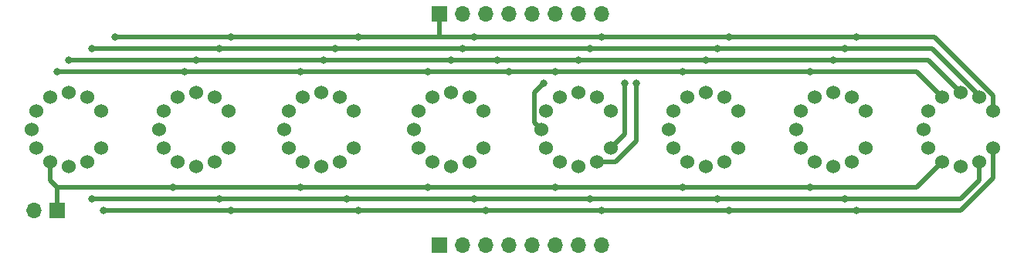
<source format=gbl>
%TF.GenerationSoftware,KiCad,Pcbnew,(6.0.2)*%
%TF.CreationDate,2022-05-27T21:50:11+02:00*%
%TF.ProjectId,divergence_meter_top,64697665-7267-4656-9e63-655f6d657465,rev?*%
%TF.SameCoordinates,Original*%
%TF.FileFunction,Copper,L2,Bot*%
%TF.FilePolarity,Positive*%
%FSLAX46Y46*%
G04 Gerber Fmt 4.6, Leading zero omitted, Abs format (unit mm)*
G04 Created by KiCad (PCBNEW (6.0.2)) date 2022-05-27 21:50:11*
%MOMM*%
%LPD*%
G01*
G04 APERTURE LIST*
%TA.AperFunction,ComponentPad*%
%ADD10C,1.524000*%
%TD*%
%TA.AperFunction,ComponentPad*%
%ADD11R,1.700000X1.700000*%
%TD*%
%TA.AperFunction,ComponentPad*%
%ADD12O,1.700000X1.700000*%
%TD*%
%TA.AperFunction,ViaPad*%
%ADD13C,0.800000*%
%TD*%
%TA.AperFunction,Conductor*%
%ADD14C,0.500000*%
%TD*%
G04 APERTURE END LIST*
D10*
%TO.P,itr7,1,B*%
%TO.N,Net-(JS1-Pad1)*%
X188976000Y-105918000D03*
%TO.P,itr7,2,A*%
%TO.N,Net-(JS1-Pad2)*%
X187452000Y-104394000D03*
%TO.P,itr7,3,G*%
%TO.N,Net-(JS1-Pad3)*%
X185420000Y-103886000D03*
%TO.P,itr7,4,F*%
%TO.N,Net-(JS1-Pad4)*%
X183388000Y-104394000D03*
%TO.P,itr7,5,E*%
%TO.N,Net-(JS1-Pad5)*%
X181864000Y-105918000D03*
%TO.P,itr7,6,D*%
%TO.N,Net-(JS1-Pad6)*%
X181356000Y-107950000D03*
%TO.P,itr7,7,Cath*%
%TO.N,Net-(JP1-Pad2)*%
X181864000Y-109982000D03*
%TO.P,itr7,8,Cath*%
%TO.N,Net-(JP1-Pad1)*%
X183388000Y-111506000D03*
%TO.P,itr7,9,Grid*%
%TO.N,Net-(JG1-Pad7)*%
X185420000Y-112014000D03*
%TO.P,itr7,10,C*%
%TO.N,Net-(JS1-Pad7)*%
X187452000Y-111506000D03*
%TO.P,itr7,11,DP*%
%TO.N,Net-(JS1-Pad8)*%
X188976000Y-109982000D03*
%TD*%
%TO.P,itr6,1,B*%
%TO.N,Net-(JS1-Pad1)*%
X175006000Y-105918000D03*
%TO.P,itr6,2,A*%
%TO.N,Net-(JS1-Pad2)*%
X173482000Y-104394000D03*
%TO.P,itr6,3,G*%
%TO.N,Net-(JS1-Pad3)*%
X171450000Y-103886000D03*
%TO.P,itr6,4,F*%
%TO.N,Net-(JS1-Pad4)*%
X169418000Y-104394000D03*
%TO.P,itr6,5,E*%
%TO.N,Net-(JS1-Pad5)*%
X167894000Y-105918000D03*
%TO.P,itr6,6,D*%
%TO.N,Net-(JS1-Pad6)*%
X167386000Y-107950000D03*
%TO.P,itr6,7,Cath*%
%TO.N,Net-(JP1-Pad2)*%
X167894000Y-109982000D03*
%TO.P,itr6,8,Cath*%
%TO.N,Net-(JP1-Pad1)*%
X169418000Y-111506000D03*
%TO.P,itr6,9,Grid*%
%TO.N,Net-(JG1-Pad6)*%
X171450000Y-112014000D03*
%TO.P,itr6,10,C*%
%TO.N,Net-(JS1-Pad7)*%
X173482000Y-111506000D03*
%TO.P,itr6,11,DP*%
%TO.N,Net-(JS1-Pad8)*%
X175006000Y-109982000D03*
%TD*%
%TO.P,itr2,1,B*%
%TO.N,Net-(JS1-Pad1)*%
X119126000Y-105918000D03*
%TO.P,itr2,2,A*%
%TO.N,Net-(JS1-Pad2)*%
X117602000Y-104394000D03*
%TO.P,itr2,3,G*%
%TO.N,Net-(JS1-Pad3)*%
X115570000Y-103886000D03*
%TO.P,itr2,4,F*%
%TO.N,Net-(JS1-Pad4)*%
X113538000Y-104394000D03*
%TO.P,itr2,5,E*%
%TO.N,Net-(JS1-Pad5)*%
X112014000Y-105918000D03*
%TO.P,itr2,6,D*%
%TO.N,Net-(JS1-Pad6)*%
X111506000Y-107950000D03*
%TO.P,itr2,7,Cath*%
%TO.N,Net-(JP1-Pad2)*%
X112014000Y-109982000D03*
%TO.P,itr2,8,Cath*%
%TO.N,Net-(JP1-Pad1)*%
X113538000Y-111506000D03*
%TO.P,itr2,9,Grid*%
%TO.N,Net-(JG1-Pad2)*%
X115570000Y-112014000D03*
%TO.P,itr2,10,C*%
%TO.N,Net-(JS1-Pad7)*%
X117602000Y-111506000D03*
%TO.P,itr2,11,DP*%
%TO.N,Net-(JS1-Pad8)*%
X119126000Y-109982000D03*
%TD*%
%TO.P,itr3,1,B*%
%TO.N,Net-(JS1-Pad1)*%
X132842000Y-105918000D03*
%TO.P,itr3,2,A*%
%TO.N,Net-(JS1-Pad2)*%
X131318000Y-104394000D03*
%TO.P,itr3,3,G*%
%TO.N,Net-(JS1-Pad3)*%
X129286000Y-103886000D03*
%TO.P,itr3,4,F*%
%TO.N,Net-(JS1-Pad4)*%
X127254000Y-104394000D03*
%TO.P,itr3,5,E*%
%TO.N,Net-(JS1-Pad5)*%
X125730000Y-105918000D03*
%TO.P,itr3,6,D*%
%TO.N,Net-(JS1-Pad6)*%
X125222000Y-107950000D03*
%TO.P,itr3,7,Cath*%
%TO.N,Net-(JP1-Pad2)*%
X125730000Y-109982000D03*
%TO.P,itr3,8,Cath*%
%TO.N,Net-(JP1-Pad1)*%
X127254000Y-111506000D03*
%TO.P,itr3,9,Grid*%
%TO.N,Net-(JG1-Pad3)*%
X129286000Y-112014000D03*
%TO.P,itr3,10,C*%
%TO.N,Net-(JS1-Pad7)*%
X131318000Y-111506000D03*
%TO.P,itr3,11,DP*%
%TO.N,Net-(JS1-Pad8)*%
X132842000Y-109982000D03*
%TD*%
%TO.P,itr8,1,B*%
%TO.N,Net-(JS1-Pad1)*%
X202946000Y-105918000D03*
%TO.P,itr8,2,A*%
%TO.N,Net-(JS1-Pad2)*%
X201422000Y-104394000D03*
%TO.P,itr8,3,G*%
%TO.N,Net-(JS1-Pad3)*%
X199390000Y-103886000D03*
%TO.P,itr8,4,F*%
%TO.N,Net-(JS1-Pad4)*%
X197358000Y-104394000D03*
%TO.P,itr8,5,E*%
%TO.N,Net-(JS1-Pad5)*%
X195834000Y-105918000D03*
%TO.P,itr8,6,D*%
%TO.N,Net-(JS1-Pad6)*%
X195326000Y-107950000D03*
%TO.P,itr8,7,Cath*%
%TO.N,Net-(JP1-Pad2)*%
X195834000Y-109982000D03*
%TO.P,itr8,8,Cath*%
%TO.N,Net-(JP1-Pad1)*%
X197358000Y-111506000D03*
%TO.P,itr8,9,Grid*%
%TO.N,Net-(JG1-Pad8)*%
X199390000Y-112014000D03*
%TO.P,itr8,10,C*%
%TO.N,Net-(JS1-Pad7)*%
X201422000Y-111506000D03*
%TO.P,itr8,11,DP*%
%TO.N,Net-(JS1-Pad8)*%
X202946000Y-109982000D03*
%TD*%
%TO.P,itr4,1,B*%
%TO.N,Net-(JS1-Pad1)*%
X147066000Y-105918000D03*
%TO.P,itr4,2,A*%
%TO.N,Net-(JS1-Pad2)*%
X145542000Y-104394000D03*
%TO.P,itr4,3,G*%
%TO.N,Net-(JS1-Pad3)*%
X143510000Y-103886000D03*
%TO.P,itr4,4,F*%
%TO.N,Net-(JS1-Pad4)*%
X141478000Y-104394000D03*
%TO.P,itr4,5,E*%
%TO.N,Net-(JS1-Pad5)*%
X139954000Y-105918000D03*
%TO.P,itr4,6,D*%
%TO.N,Net-(JS1-Pad6)*%
X139446000Y-107950000D03*
%TO.P,itr4,7,Cath*%
%TO.N,Net-(JP1-Pad2)*%
X139954000Y-109982000D03*
%TO.P,itr4,8,Cath*%
%TO.N,Net-(JP1-Pad1)*%
X141478000Y-111506000D03*
%TO.P,itr4,9,Grid*%
%TO.N,Net-(JG1-Pad4)*%
X143510000Y-112014000D03*
%TO.P,itr4,10,C*%
%TO.N,Net-(JS1-Pad7)*%
X145542000Y-111506000D03*
%TO.P,itr4,11,DP*%
%TO.N,Net-(JS1-Pad8)*%
X147066000Y-109982000D03*
%TD*%
%TO.P,itr1,1,B*%
%TO.N,Net-(JS1-Pad1)*%
X105156000Y-105918000D03*
%TO.P,itr1,2,A*%
%TO.N,Net-(JS1-Pad2)*%
X103632000Y-104394000D03*
%TO.P,itr1,3,G*%
%TO.N,Net-(JS1-Pad3)*%
X101600000Y-103886000D03*
%TO.P,itr1,4,F*%
%TO.N,Net-(JS1-Pad4)*%
X99568000Y-104394000D03*
%TO.P,itr1,5,E*%
%TO.N,Net-(JS1-Pad5)*%
X98044000Y-105918000D03*
%TO.P,itr1,6,D*%
%TO.N,Net-(JS1-Pad6)*%
X97536000Y-107950000D03*
%TO.P,itr1,7,Cath*%
%TO.N,Net-(JP1-Pad2)*%
X98044000Y-109982000D03*
%TO.P,itr1,8,Cath*%
%TO.N,Net-(JP1-Pad1)*%
X99568000Y-111506000D03*
%TO.P,itr1,9,Grid*%
%TO.N,Net-(JG1-Pad1)*%
X101600000Y-112014000D03*
%TO.P,itr1,10,C*%
%TO.N,Net-(JS1-Pad7)*%
X103632000Y-111506000D03*
%TO.P,itr1,11,DP*%
%TO.N,Net-(JS1-Pad8)*%
X105156000Y-109982000D03*
%TD*%
%TO.P,itr5,1,B*%
%TO.N,Net-(JS1-Pad1)*%
X161036000Y-105918000D03*
%TO.P,itr5,2,A*%
%TO.N,Net-(JS1-Pad2)*%
X159512000Y-104394000D03*
%TO.P,itr5,3,G*%
%TO.N,Net-(JS1-Pad3)*%
X157480000Y-103886000D03*
%TO.P,itr5,4,F*%
%TO.N,Net-(JS1-Pad4)*%
X155448000Y-104394000D03*
%TO.P,itr5,5,E*%
%TO.N,Net-(JS1-Pad5)*%
X153924000Y-105918000D03*
%TO.P,itr5,6,D*%
%TO.N,Net-(JS1-Pad6)*%
X153416000Y-107950000D03*
%TO.P,itr5,7,Cath*%
%TO.N,Net-(JP1-Pad2)*%
X153924000Y-109982000D03*
%TO.P,itr5,8,Cath*%
%TO.N,Net-(JP1-Pad1)*%
X155448000Y-111506000D03*
%TO.P,itr5,9,Grid*%
%TO.N,Net-(JG1-Pad5)*%
X157480000Y-112014000D03*
%TO.P,itr5,10,C*%
%TO.N,Net-(JS1-Pad7)*%
X159512000Y-111506000D03*
%TO.P,itr5,11,DP*%
%TO.N,Net-(JS1-Pad8)*%
X161036000Y-109982000D03*
%TD*%
D11*
%TO.P,JP1,1,Pin_1*%
%TO.N,Net-(JP1-Pad1)*%
X100330000Y-116840000D03*
D12*
%TO.P,JP1,2,Pin_2*%
%TO.N,Net-(JP1-Pad2)*%
X97790000Y-116840000D03*
%TD*%
D11*
%TO.P,JG1,1,Pin_1*%
%TO.N,Net-(JG1-Pad1)*%
X142240000Y-120650000D03*
D12*
%TO.P,JG1,2,Pin_2*%
%TO.N,Net-(JG1-Pad2)*%
X144780000Y-120650000D03*
%TO.P,JG1,3,Pin_3*%
%TO.N,Net-(JG1-Pad3)*%
X147320000Y-120650000D03*
%TO.P,JG1,4,Pin_4*%
%TO.N,Net-(JG1-Pad4)*%
X149860000Y-120650000D03*
%TO.P,JG1,5,Pin_5*%
%TO.N,Net-(JG1-Pad5)*%
X152400000Y-120650000D03*
%TO.P,JG1,6,Pin_6*%
%TO.N,Net-(JG1-Pad6)*%
X154940000Y-120650000D03*
%TO.P,JG1,7,Pin_7*%
%TO.N,Net-(JG1-Pad7)*%
X157480000Y-120650000D03*
%TO.P,JG1,8,Pin_8*%
%TO.N,Net-(JG1-Pad8)*%
X160020000Y-120650000D03*
%TD*%
D11*
%TO.P,JS1,1,Pin_1*%
%TO.N,Net-(JS1-Pad1)*%
X142240000Y-95250000D03*
D12*
%TO.P,JS1,2,Pin_2*%
%TO.N,Net-(JS1-Pad2)*%
X144780000Y-95250000D03*
%TO.P,JS1,3,Pin_3*%
%TO.N,Net-(JS1-Pad3)*%
X147320000Y-95250000D03*
%TO.P,JS1,4,Pin_4*%
%TO.N,Net-(JS1-Pad4)*%
X149860000Y-95250000D03*
%TO.P,JS1,5,Pin_5*%
%TO.N,Net-(JS1-Pad5)*%
X152400000Y-95250000D03*
%TO.P,JS1,6,Pin_6*%
%TO.N,Net-(JS1-Pad6)*%
X154940000Y-95250000D03*
%TO.P,JS1,7,Pin_7*%
%TO.N,Net-(JS1-Pad7)*%
X157480000Y-95250000D03*
%TO.P,JS1,8,Pin_8*%
%TO.N,Net-(JS1-Pad8)*%
X160020000Y-95250000D03*
%TD*%
D13*
%TO.N,Net-(JS1-Pad1)*%
X133350000Y-97790000D03*
X119380000Y-97790000D03*
X173990000Y-97790000D03*
X187960000Y-97790000D03*
X146050000Y-97790000D03*
X160020000Y-97790000D03*
X106680000Y-97790000D03*
%TO.N,Net-(JS1-Pad2)*%
X144780000Y-99060000D03*
X130810000Y-99060000D03*
X104140000Y-99060000D03*
X172720000Y-99060000D03*
X118110000Y-99060000D03*
X158750000Y-99060000D03*
X186690000Y-99060000D03*
%TO.N,Net-(JS1-Pad3)*%
X115570000Y-100330000D03*
X143510000Y-100330000D03*
X101600000Y-100330000D03*
X171450000Y-100330000D03*
X148590000Y-100330000D03*
X129540000Y-100330000D03*
X157480000Y-100330000D03*
X185420000Y-100330000D03*
%TO.N,Net-(JS1-Pad4)*%
X149860000Y-101600000D03*
X154940000Y-101600000D03*
X182880000Y-101600000D03*
X168910000Y-101600000D03*
X100330000Y-101600000D03*
X114300000Y-101600000D03*
X140970000Y-101600000D03*
X127000000Y-101600000D03*
%TO.N,Net-(JS1-Pad6)*%
X153670000Y-102870000D03*
%TO.N,Net-(JP1-Pad1)*%
X140970000Y-114300000D03*
X168910000Y-114300000D03*
X182880000Y-114300000D03*
X113030000Y-114300000D03*
X127000000Y-114300000D03*
X154940000Y-114300000D03*
%TO.N,Net-(JS1-Pad7)*%
X146050000Y-115570000D03*
X172720000Y-115570000D03*
X163830000Y-102870000D03*
X104140000Y-115570000D03*
X132080000Y-115570000D03*
X158750000Y-115570000D03*
X186690000Y-115570000D03*
X118110000Y-115570000D03*
%TO.N,Net-(JS1-Pad8)*%
X147320000Y-116840000D03*
X187960000Y-116840000D03*
X173990000Y-116840000D03*
X133350000Y-116840000D03*
X105410000Y-116840000D03*
X119380000Y-116840000D03*
X162560000Y-102870000D03*
X160020000Y-116840000D03*
%TD*%
D14*
%TO.N,Net-(JS1-Pad1)*%
X196531336Y-97790000D02*
X202946000Y-104204664D01*
X142240000Y-97790000D02*
X187960000Y-97790000D01*
X187960000Y-97790000D02*
X196531336Y-97790000D01*
X202946000Y-104204664D02*
X202946000Y-105918000D01*
X142240000Y-97790000D02*
X142240000Y-95250000D01*
X106680000Y-97790000D02*
X142240000Y-97790000D01*
%TO.N,Net-(JS1-Pad2)*%
X186690000Y-99060000D02*
X104140000Y-99060000D01*
X196277336Y-99060000D02*
X201422000Y-104204664D01*
X186690000Y-99060000D02*
X196277336Y-99060000D01*
X201422000Y-104204664D02*
X201422000Y-104394000D01*
%TO.N,Net-(JS1-Pad3)*%
X195834000Y-100330000D02*
X199390000Y-103886000D01*
X185420000Y-100330000D02*
X195834000Y-100330000D01*
X101600000Y-100330000D02*
X185420000Y-100330000D01*
%TO.N,Net-(JS1-Pad4)*%
X182880000Y-101600000D02*
X149860000Y-101600000D01*
X182880000Y-101600000D02*
X194564000Y-101600000D01*
X194564000Y-101600000D02*
X197358000Y-104394000D01*
X149860000Y-101600000D02*
X127000000Y-101600000D01*
X127000000Y-101600000D02*
X100330000Y-101600000D01*
%TO.N,Net-(JS1-Pad6)*%
X152654001Y-107188001D02*
X152654001Y-103885999D01*
X152654001Y-103885999D02*
X153670000Y-102870000D01*
X153416000Y-107950000D02*
X152654001Y-107188001D01*
%TO.N,Net-(JP1-Pad1)*%
X100330000Y-114300000D02*
X99568000Y-113538000D01*
X100330000Y-116840000D02*
X100330000Y-114300000D01*
X182880000Y-114300000D02*
X194564000Y-114300000D01*
X194564000Y-114300000D02*
X197358000Y-111506000D01*
X99568000Y-113538000D02*
X99568000Y-111506000D01*
X182880000Y-114300000D02*
X100330000Y-114300000D01*
%TO.N,Net-(JS1-Pad7)*%
X159512000Y-111506000D02*
X161544000Y-111506000D01*
X118110000Y-115570000D02*
X104140000Y-115570000D01*
X187960000Y-115570000D02*
X199390000Y-115570000D01*
X187960000Y-115570000D02*
X173990000Y-115570000D01*
X173990000Y-115570000D02*
X160020000Y-115570000D01*
X146050000Y-115570000D02*
X132080000Y-115570000D01*
X201422000Y-113538000D02*
X201422000Y-111506000D01*
X199390000Y-115570000D02*
X201422000Y-113538000D01*
X163830000Y-109220000D02*
X163830000Y-102870000D01*
X160020000Y-115570000D02*
X146050000Y-115570000D01*
X161544000Y-111506000D02*
X163830000Y-109220000D01*
X132080000Y-115570000D02*
X118110000Y-115570000D01*
%TO.N,Net-(JS1-Pad8)*%
X202946000Y-111695336D02*
X202946000Y-113284000D01*
X199390000Y-116840000D02*
X187960000Y-116840000D01*
X187960000Y-116840000D02*
X133350000Y-116840000D01*
X162560000Y-108458000D02*
X162560000Y-102870000D01*
X202946000Y-113284000D02*
X199390000Y-116840000D01*
X133350000Y-116840000D02*
X105410000Y-116840000D01*
X161036000Y-109982000D02*
X162560000Y-108458000D01*
X202946000Y-111695336D02*
X202946000Y-109982000D01*
%TD*%
M02*

</source>
